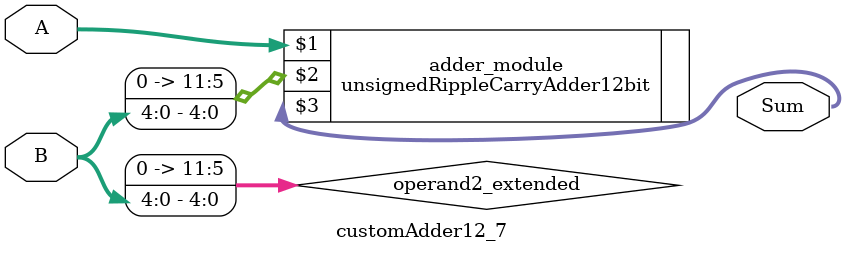
<source format=v>

module customAdder12_7(
                    input [11 : 0] A,
                    input [4 : 0] B,
                    
                    output [12 : 0] Sum
            );

    wire [11 : 0] operand2_extended;
    
    assign operand2_extended =  {7'b0, B};
    
    unsignedRippleCarryAdder12bit adder_module(
        A,
        operand2_extended,
        Sum
    );
    
endmodule
        
</source>
